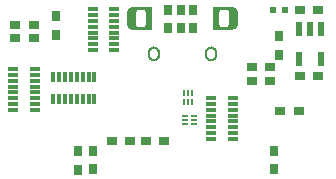
<source format=gbp>
G04*
G04 #@! TF.GenerationSoftware,Altium Limited,Altium Designer,20.2.4 (192)*
G04*
G04 Layer_Color=128*
%FSLAX25Y25*%
%MOIN*%
G70*
G04*
G04 #@! TF.SameCoordinates,E28A416E-137A-4DA4-96E8-27F400694B22*
G04*
G04*
G04 #@! TF.FilePolarity,Positive*
G04*
G01*
G75*
%ADD19R,0.03150X0.03300*%
%ADD37R,0.03300X0.03150*%
G04:AMPARAMS|DCode=76|XSize=35.04mil|YSize=11.42mil|CornerRadius=2.85mil|HoleSize=0mil|Usage=FLASHONLY|Rotation=90.000|XOffset=0mil|YOffset=0mil|HoleType=Round|Shape=RoundedRectangle|*
%AMROUNDEDRECTD76*
21,1,0.03504,0.00571,0,0,90.0*
21,1,0.02933,0.01142,0,0,90.0*
1,1,0.00571,0.00285,0.01467*
1,1,0.00571,0.00285,-0.01467*
1,1,0.00571,-0.00285,-0.01467*
1,1,0.00571,-0.00285,0.01467*
%
%ADD76ROUNDEDRECTD76*%
G04:AMPARAMS|DCode=77|XSize=35.04mil|YSize=11.42mil|CornerRadius=2.85mil|HoleSize=0mil|Usage=FLASHONLY|Rotation=180.000|XOffset=0mil|YOffset=0mil|HoleType=Round|Shape=RoundedRectangle|*
%AMROUNDEDRECTD77*
21,1,0.03504,0.00571,0,0,180.0*
21,1,0.02933,0.01142,0,0,180.0*
1,1,0.00571,-0.01467,0.00285*
1,1,0.00571,0.01467,0.00285*
1,1,0.00571,0.01467,-0.00285*
1,1,0.00571,-0.01467,-0.00285*
%
%ADD77ROUNDEDRECTD77*%
G04:AMPARAMS|DCode=78|XSize=20.47mil|YSize=7.48mil|CornerRadius=0.67mil|HoleSize=0mil|Usage=FLASHONLY|Rotation=0.000|XOffset=0mil|YOffset=0mil|HoleType=Round|Shape=RoundedRectangle|*
%AMROUNDEDRECTD78*
21,1,0.02047,0.00613,0,0,0.0*
21,1,0.01913,0.00748,0,0,0.0*
1,1,0.00135,0.00956,-0.00307*
1,1,0.00135,-0.00956,-0.00307*
1,1,0.00135,-0.00956,0.00307*
1,1,0.00135,0.00956,0.00307*
%
%ADD78ROUNDEDRECTD78*%
G04:AMPARAMS|DCode=79|XSize=22.44mil|YSize=7.48mil|CornerRadius=0.67mil|HoleSize=0mil|Usage=FLASHONLY|Rotation=0.000|XOffset=0mil|YOffset=0mil|HoleType=Round|Shape=RoundedRectangle|*
%AMROUNDEDRECTD79*
21,1,0.02244,0.00613,0,0,0.0*
21,1,0.02109,0.00748,0,0,0.0*
1,1,0.00135,0.01055,-0.00307*
1,1,0.00135,-0.01055,-0.00307*
1,1,0.00135,-0.01055,0.00307*
1,1,0.00135,0.01055,0.00307*
%
%ADD79ROUNDEDRECTD79*%
G04:AMPARAMS|DCode=80|XSize=47.64mil|YSize=22.84mil|CornerRadius=2.85mil|HoleSize=0mil|Usage=FLASHONLY|Rotation=270.000|XOffset=0mil|YOffset=0mil|HoleType=Round|Shape=RoundedRectangle|*
%AMROUNDEDRECTD80*
21,1,0.04764,0.01713,0,0,270.0*
21,1,0.04193,0.02284,0,0,270.0*
1,1,0.00571,-0.00856,-0.02097*
1,1,0.00571,-0.00856,0.02097*
1,1,0.00571,0.00856,0.02097*
1,1,0.00571,0.00856,-0.02097*
%
%ADD80ROUNDEDRECTD80*%
%ADD81R,0.02362X0.01968*%
G04:AMPARAMS|DCode=82|XSize=20.47mil|YSize=7.48mil|CornerRadius=0.67mil|HoleSize=0mil|Usage=FLASHONLY|Rotation=270.000|XOffset=0mil|YOffset=0mil|HoleType=Round|Shape=RoundedRectangle|*
%AMROUNDEDRECTD82*
21,1,0.02047,0.00613,0,0,270.0*
21,1,0.01913,0.00748,0,0,270.0*
1,1,0.00135,-0.00307,-0.00956*
1,1,0.00135,-0.00307,0.00956*
1,1,0.00135,0.00307,0.00956*
1,1,0.00135,0.00307,-0.00956*
%
%ADD82ROUNDEDRECTD82*%
G04:AMPARAMS|DCode=83|XSize=22.44mil|YSize=7.48mil|CornerRadius=0.67mil|HoleSize=0mil|Usage=FLASHONLY|Rotation=270.000|XOffset=0mil|YOffset=0mil|HoleType=Round|Shape=RoundedRectangle|*
%AMROUNDEDRECTD83*
21,1,0.02244,0.00613,0,0,270.0*
21,1,0.02109,0.00748,0,0,270.0*
1,1,0.00135,-0.00307,-0.01055*
1,1,0.00135,-0.00307,0.01055*
1,1,0.00135,0.00307,0.01055*
1,1,0.00135,0.00307,-0.01055*
%
%ADD83ROUNDEDRECTD83*%
G36*
X331265Y43695D02*
X331372Y43684D01*
X331479Y43667D01*
X331585Y43644D01*
X331690Y43616D01*
X331793Y43583D01*
X331894Y43544D01*
X331993Y43500D01*
X332089Y43451D01*
X332183Y43397D01*
X332274Y43338D01*
X332361Y43274D01*
X332445Y43206D01*
X332526Y43134D01*
X332602Y43057D01*
X332675Y42977D01*
X332743Y42893D01*
X332806Y42805D01*
X332865Y42714D01*
X332920Y42621D01*
X332969Y42524D01*
X333013Y42425D01*
X333051Y42324D01*
X333085Y42221D01*
X333113Y42116D01*
X333135Y42011D01*
X333152Y41904D01*
X333164Y41796D01*
X333169Y41688D01*
Y41634D01*
Y40846D01*
Y40792D01*
X333164Y40684D01*
X333152Y40577D01*
X333135Y40470D01*
X333113Y40364D01*
X333085Y40259D01*
X333051Y40156D01*
X333013Y40055D01*
X332969Y39956D01*
X332920Y39860D01*
X332865Y39766D01*
X332806Y39675D01*
X332743Y39588D01*
X332675Y39504D01*
X332602Y39423D01*
X332526Y39347D01*
X332445Y39274D01*
X332361Y39206D01*
X332274Y39143D01*
X332183Y39083D01*
X332089Y39029D01*
X331993Y38980D01*
X331894Y38936D01*
X331793Y38897D01*
X331690Y38864D01*
X331585Y38836D01*
X331479Y38813D01*
X331372Y38796D01*
X331265Y38785D01*
X331156Y38780D01*
X331048D01*
X330940Y38785D01*
X330833Y38796D01*
X330726Y38813D01*
X330620Y38836D01*
X330515Y38864D01*
X330412Y38897D01*
X330311Y38936D01*
X330212Y38980D01*
X330116Y39029D01*
X330022Y39083D01*
X329931Y39142D01*
X329844Y39206D01*
X329760Y39274D01*
X329679Y39347D01*
X329603Y39423D01*
X329530Y39504D01*
X329462Y39588D01*
X329398Y39675D01*
X329339Y39766D01*
X329285Y39860D01*
X329236Y39956D01*
X329192Y40055D01*
X329153Y40156D01*
X329120Y40259D01*
X329092Y40364D01*
X329069Y40470D01*
X329052Y40577D01*
X329041Y40684D01*
X329035Y40792D01*
Y40846D01*
Y41634D01*
Y41688D01*
X329041Y41796D01*
X329052Y41904D01*
X329069Y42011D01*
X329092Y42116D01*
X329120Y42221D01*
X329153Y42324D01*
X329192Y42425D01*
X329236Y42524D01*
X329285Y42620D01*
X329339Y42714D01*
X329398Y42805D01*
X329462Y42893D01*
X329530Y42977D01*
X329603Y43057D01*
X329679Y43134D01*
X329760Y43206D01*
X329844Y43274D01*
X329931Y43338D01*
X330022Y43397D01*
X330116Y43451D01*
X330212Y43500D01*
X330311Y43544D01*
X330412Y43583D01*
X330515Y43616D01*
X330620Y43644D01*
X330726Y43667D01*
X330833Y43684D01*
X330940Y43695D01*
X331048Y43701D01*
X331156D01*
X331265Y43695D01*
D02*
G37*
G36*
X330413Y53051D02*
Y49311D01*
X324063D01*
X323960Y49316D01*
X323857Y49327D01*
X323755Y49343D01*
X323655Y49365D01*
X323555Y49391D01*
X323457Y49423D01*
X323361Y49460D01*
X323266Y49502D01*
X323175Y49549D01*
X323085Y49600D01*
X322999Y49657D01*
X322915Y49717D01*
X322835Y49782D01*
X322759Y49851D01*
X322686Y49924D01*
X322617Y50001D01*
X322552Y50081D01*
X322491Y50164D01*
X322435Y50251D01*
X322384Y50340D01*
X322337Y50432D01*
X322295Y50526D01*
X322258Y50622D01*
X322226Y50720D01*
X322199Y50820D01*
X322178Y50921D01*
X322162Y51022D01*
X322151Y51125D01*
X322146Y51228D01*
Y51279D01*
Y53051D01*
Y54823D01*
Y54874D01*
X322151Y54977D01*
X322162Y55080D01*
X322178Y55182D01*
X322199Y55282D01*
X322226Y55382D01*
X322258Y55480D01*
X322295Y55576D01*
X322337Y55671D01*
X322384Y55762D01*
X322435Y55852D01*
X322491Y55938D01*
X322552Y56022D01*
X322617Y56102D01*
X322686Y56178D01*
X322759Y56251D01*
X322835Y56320D01*
X322915Y56385D01*
X322999Y56446D01*
X323085Y56502D01*
X323175Y56553D01*
X323266Y56600D01*
X323361Y56642D01*
X323457Y56679D01*
X323555Y56711D01*
X323655Y56738D01*
X323755Y56759D01*
X323857Y56775D01*
X323960Y56786D01*
X324063Y56791D01*
X330413D01*
Y53051D01*
D02*
G37*
G36*
X350359Y43695D02*
X350467Y43684D01*
X350574Y43667D01*
X350679Y43644D01*
X350784Y43616D01*
X350887Y43583D01*
X350988Y43544D01*
X351087Y43500D01*
X351183Y43451D01*
X351277Y43397D01*
X351368Y43338D01*
X351455Y43274D01*
X351540Y43206D01*
X351620Y43134D01*
X351697Y43057D01*
X351769Y42977D01*
X351837Y42893D01*
X351901Y42805D01*
X351960Y42714D01*
X352014Y42621D01*
X352063Y42524D01*
X352107Y42425D01*
X352146Y42324D01*
X352179Y42221D01*
X352207Y42116D01*
X352230Y42011D01*
X352247Y41904D01*
X352258Y41796D01*
X352264Y41688D01*
Y41634D01*
Y40846D01*
Y40792D01*
X352258Y40684D01*
X352247Y40577D01*
X352230Y40470D01*
X352207Y40364D01*
X352179Y40259D01*
X352146Y40156D01*
X352107Y40055D01*
X352063Y39956D01*
X352014Y39860D01*
X351960Y39766D01*
X351901Y39675D01*
X351837Y39588D01*
X351769Y39504D01*
X351697Y39423D01*
X351620Y39347D01*
X351540Y39274D01*
X351455Y39206D01*
X351368Y39143D01*
X351277Y39083D01*
X351184Y39029D01*
X351087Y38980D01*
X350988Y38936D01*
X350887Y38897D01*
X350784Y38864D01*
X350679Y38836D01*
X350574Y38813D01*
X350467Y38796D01*
X350359Y38785D01*
X350251Y38780D01*
X350143D01*
X350035Y38785D01*
X349927Y38796D01*
X349820Y38813D01*
X349714Y38836D01*
X349610Y38864D01*
X349507Y38897D01*
X349406Y38936D01*
X349307Y38980D01*
X349210Y39029D01*
X349116Y39083D01*
X349026Y39142D01*
X348938Y39206D01*
X348854Y39274D01*
X348774Y39347D01*
X348697Y39423D01*
X348625Y39504D01*
X348556Y39588D01*
X348493Y39675D01*
X348434Y39766D01*
X348380Y39860D01*
X348331Y39956D01*
X348287Y40055D01*
X348248Y40156D01*
X348214Y40259D01*
X348186Y40364D01*
X348164Y40470D01*
X348147Y40577D01*
X348136Y40684D01*
X348130Y40792D01*
Y40846D01*
Y41634D01*
Y41688D01*
X348136Y41796D01*
X348147Y41904D01*
X348164Y42011D01*
X348186Y42116D01*
X348214Y42221D01*
X348248Y42324D01*
X348287Y42425D01*
X348331Y42524D01*
X348380Y42620D01*
X348434Y42714D01*
X348493Y42805D01*
X348556Y42893D01*
X348625Y42977D01*
X348697Y43057D01*
X348774Y43134D01*
X348854Y43206D01*
X348938Y43274D01*
X349026Y43338D01*
X349116Y43397D01*
X349210Y43451D01*
X349307Y43500D01*
X349406Y43544D01*
X349507Y43583D01*
X349610Y43616D01*
X349714Y43644D01*
X349820Y43667D01*
X349927Y43684D01*
X350035Y43695D01*
X350143Y43701D01*
X350251D01*
X350359Y43695D01*
D02*
G37*
G36*
X357340Y56786D02*
X357442Y56775D01*
X357544Y56759D01*
X357645Y56738D01*
X357744Y56711D01*
X357842Y56679D01*
X357939Y56642D01*
X358033Y56600D01*
X358125Y56553D01*
X358214Y56502D01*
X358300Y56446D01*
X358384Y56385D01*
X358464Y56320D01*
X358541Y56251D01*
X358613Y56178D01*
X358682Y56102D01*
X358747Y56022D01*
X358808Y55938D01*
X358864Y55852D01*
X358916Y55762D01*
X358962Y55671D01*
X359004Y55576D01*
X359041Y55480D01*
X359073Y55382D01*
X359100Y55282D01*
X359121Y55182D01*
X359137Y55080D01*
X359148Y54977D01*
X359154Y54874D01*
Y54823D01*
Y53051D01*
Y51279D01*
Y51228D01*
X359148Y51125D01*
X359137Y51022D01*
X359121Y50921D01*
X359100Y50820D01*
X359073Y50720D01*
X359041Y50622D01*
X359004Y50526D01*
X358962Y50432D01*
X358916Y50340D01*
X358864Y50251D01*
X358808Y50164D01*
X358747Y50081D01*
X358682Y50001D01*
X358613Y49924D01*
X358541Y49851D01*
X358464Y49782D01*
X358384Y49717D01*
X358300Y49657D01*
X358214Y49600D01*
X358125Y49549D01*
X358033Y49502D01*
X357939Y49460D01*
X357842Y49423D01*
X357744Y49391D01*
X357645Y49365D01*
X357544Y49343D01*
X357442Y49327D01*
X357340Y49316D01*
X357237Y49311D01*
X350886D01*
Y53051D01*
Y56791D01*
X357237D01*
X357340Y56786D01*
D02*
G37*
%LPC*%
G36*
X331136Y42913D02*
X331069D01*
X331002Y42910D01*
X330935Y42903D01*
X330869Y42892D01*
X330804Y42878D01*
X330739Y42861D01*
X330675Y42840D01*
X330613Y42816D01*
X330551Y42789D01*
X330492Y42759D01*
X330434Y42725D01*
X330377Y42689D01*
X330323Y42649D01*
X330271Y42607D01*
X330221Y42562D01*
X330174Y42515D01*
X330129Y42465D01*
X330087Y42413D01*
X330047Y42359D01*
X330011Y42303D01*
X329977Y42245D01*
X329947Y42185D01*
X329920Y42124D01*
X329896Y42061D01*
X329875Y41997D01*
X329858Y41933D01*
X329844Y41867D01*
X329833Y41801D01*
X329826Y41734D01*
X329823Y41667D01*
Y41634D01*
Y40846D01*
Y40813D01*
X329826Y40746D01*
X329833Y40679D01*
X329844Y40613D01*
X329858Y40548D01*
X329875Y40483D01*
X329896Y40419D01*
X329920Y40357D01*
X329947Y40295D01*
X329977Y40236D01*
X330011Y40178D01*
X330047Y40121D01*
X330087Y40067D01*
X330129Y40015D01*
X330174Y39965D01*
X330221Y39918D01*
X330271Y39873D01*
X330323Y39831D01*
X330377Y39792D01*
X330434Y39755D01*
X330492Y39722D01*
X330551Y39691D01*
X330612Y39664D01*
X330675Y39640D01*
X330739Y39619D01*
X330803Y39602D01*
X330869Y39588D01*
X330935Y39577D01*
X331002Y39570D01*
X331069Y39567D01*
X331136D01*
X331203Y39570D01*
X331269Y39577D01*
X331336Y39588D01*
X331401Y39602D01*
X331466Y39619D01*
X331530Y39640D01*
X331592Y39664D01*
X331653Y39691D01*
X331713Y39722D01*
X331771Y39755D01*
X331827Y39792D01*
X331881Y39831D01*
X331934Y39873D01*
X331983Y39918D01*
X332031Y39965D01*
X332076Y40015D01*
X332118Y40067D01*
X332157Y40121D01*
X332194Y40178D01*
X332227Y40236D01*
X332258Y40295D01*
X332285Y40357D01*
X332309Y40419D01*
X332330Y40483D01*
X332347Y40548D01*
X332361Y40613D01*
X332371Y40679D01*
X332378Y40746D01*
X332382Y40813D01*
Y40846D01*
Y41634D01*
Y41667D01*
X332378Y41734D01*
X332371Y41801D01*
X332361Y41867D01*
X332347Y41933D01*
X332330Y41997D01*
X332309Y42061D01*
X332285Y42124D01*
X332258Y42185D01*
X332227Y42245D01*
X332194Y42303D01*
X332157Y42359D01*
X332118Y42413D01*
X332076Y42465D01*
X332031Y42515D01*
X331983Y42562D01*
X331934Y42607D01*
X331882Y42649D01*
X331827Y42689D01*
X331771Y42725D01*
X331713Y42759D01*
X331653Y42789D01*
X331592Y42816D01*
X331530Y42840D01*
X331466Y42861D01*
X331401Y42878D01*
X331336Y42892D01*
X331270Y42903D01*
X331203Y42910D01*
X331136Y42913D01*
D02*
G37*
G36*
X327295Y56004D02*
X326347D01*
X326285Y56001D01*
X326224Y55994D01*
X326163Y55985D01*
X326102Y55972D01*
X326042Y55956D01*
X325984Y55937D01*
X325926Y55914D01*
X325869Y55889D01*
X325814Y55861D01*
X325761Y55830D01*
X325709Y55796D01*
X325659Y55760D01*
X325611Y55721D01*
X325565Y55680D01*
X325521Y55636D01*
X325480Y55590D01*
X325441Y55542D01*
X325404Y55492D01*
X325371Y55440D01*
X325340Y55387D01*
X325311Y55331D01*
X325286Y55275D01*
X325264Y55217D01*
X325245Y55158D01*
X325229Y55099D01*
X325216Y55038D01*
X325206Y54977D01*
X325200Y54915D01*
X325197Y54854D01*
Y54823D01*
Y53051D01*
Y51181D01*
Y51153D01*
X325200Y51096D01*
X325206Y51040D01*
X325215Y50984D01*
X325226Y50928D01*
X325241Y50874D01*
X325259Y50820D01*
X325279Y50767D01*
X325302Y50715D01*
X325328Y50664D01*
X325356Y50615D01*
X325387Y50568D01*
X325420Y50522D01*
X325456Y50478D01*
X325494Y50436D01*
X325534Y50396D01*
X325576Y50358D01*
X325620Y50322D01*
X325666Y50288D01*
X325714Y50258D01*
X325763Y50229D01*
X325813Y50204D01*
X325865Y50181D01*
X325918Y50160D01*
X325972Y50143D01*
X326027Y50128D01*
X326082Y50116D01*
X326138Y50107D01*
X326195Y50101D01*
X326251Y50098D01*
X327295D01*
X327357Y50102D01*
X327418Y50108D01*
X327479Y50118D01*
X327540Y50131D01*
X327599Y50147D01*
X327658Y50166D01*
X327716Y50188D01*
X327772Y50213D01*
X327828Y50241D01*
X327881Y50272D01*
X327933Y50306D01*
X327983Y50342D01*
X328031Y50381D01*
X328077Y50423D01*
X328121Y50466D01*
X328162Y50512D01*
X328201Y50560D01*
X328238Y50610D01*
X328271Y50662D01*
X328302Y50716D01*
X328330Y50771D01*
X328355Y50827D01*
X328378Y50885D01*
X328397Y50944D01*
X328413Y51004D01*
X328426Y51064D01*
X328435Y51125D01*
X328442Y51187D01*
X328445Y51249D01*
Y51279D01*
Y53051D01*
Y54823D01*
Y54854D01*
X328442Y54915D01*
X328435Y54977D01*
X328426Y55038D01*
X328413Y55099D01*
X328397Y55158D01*
X328378Y55217D01*
X328355Y55275D01*
X328330Y55331D01*
X328302Y55387D01*
X328271Y55440D01*
X328238Y55492D01*
X328201Y55542D01*
X328162Y55590D01*
X328121Y55636D01*
X328077Y55680D01*
X328031Y55721D01*
X327983Y55760D01*
X327933Y55797D01*
X327881Y55830D01*
X327828Y55861D01*
X327772Y55889D01*
X327716Y55914D01*
X327658Y55937D01*
X327599Y55956D01*
X327540Y55972D01*
X327479Y55985D01*
X327418Y55994D01*
X327357Y56001D01*
X327295Y56004D01*
D02*
G37*
G36*
X350230Y42913D02*
X350163D01*
X350096Y42910D01*
X350030Y42903D01*
X349964Y42892D01*
X349898Y42878D01*
X349833Y42861D01*
X349770Y42840D01*
X349707Y42816D01*
X349646Y42789D01*
X349586Y42759D01*
X349528Y42725D01*
X349472Y42689D01*
X349418Y42649D01*
X349366Y42607D01*
X349316Y42562D01*
X349268Y42515D01*
X349223Y42465D01*
X349181Y42413D01*
X349142Y42359D01*
X349106Y42303D01*
X349072Y42245D01*
X349042Y42185D01*
X349014Y42124D01*
X348990Y42061D01*
X348970Y41997D01*
X348952Y41933D01*
X348938Y41867D01*
X348928Y41801D01*
X348921Y41734D01*
X348917Y41667D01*
Y41634D01*
Y40846D01*
Y40813D01*
X348921Y40746D01*
X348928Y40679D01*
X348938Y40613D01*
X348952Y40548D01*
X348970Y40483D01*
X348990Y40419D01*
X349014Y40357D01*
X349042Y40295D01*
X349072Y40236D01*
X349106Y40178D01*
X349142Y40121D01*
X349181Y40067D01*
X349223Y40015D01*
X349268Y39965D01*
X349316Y39918D01*
X349366Y39873D01*
X349418Y39831D01*
X349472Y39792D01*
X349528Y39755D01*
X349586Y39722D01*
X349646Y39691D01*
X349707Y39664D01*
X349770Y39640D01*
X349833Y39619D01*
X349898Y39602D01*
X349964Y39588D01*
X350030Y39577D01*
X350096Y39570D01*
X350163Y39567D01*
X350230D01*
X350297Y39570D01*
X350364Y39577D01*
X350430Y39588D01*
X350496Y39602D01*
X350560Y39619D01*
X350624Y39640D01*
X350687Y39664D01*
X350748Y39691D01*
X350808Y39722D01*
X350866Y39755D01*
X350922Y39792D01*
X350976Y39831D01*
X351028Y39873D01*
X351078Y39918D01*
X351125Y39965D01*
X351170Y40015D01*
X351212Y40067D01*
X351252Y40121D01*
X351288Y40178D01*
X351322Y40236D01*
X351352Y40295D01*
X351379Y40357D01*
X351403Y40419D01*
X351424Y40483D01*
X351442Y40548D01*
X351455Y40613D01*
X351466Y40679D01*
X351473Y40746D01*
X351476Y40813D01*
Y40846D01*
Y41634D01*
Y41667D01*
X351473Y41734D01*
X351466Y41801D01*
X351455Y41867D01*
X351442Y41933D01*
X351424Y41997D01*
X351403Y42061D01*
X351379Y42124D01*
X351352Y42185D01*
X351322Y42245D01*
X351288Y42303D01*
X351252Y42359D01*
X351212Y42413D01*
X351170Y42465D01*
X351125Y42515D01*
X351078Y42562D01*
X351028Y42607D01*
X350976Y42649D01*
X350922Y42689D01*
X350866Y42725D01*
X350808Y42759D01*
X350748Y42789D01*
X350687Y42816D01*
X350624Y42840D01*
X350560Y42861D01*
X350496Y42878D01*
X350430Y42892D01*
X350364Y42903D01*
X350297Y42910D01*
X350230Y42913D01*
D02*
G37*
G36*
X355048Y56004D02*
X354005D01*
X353943Y56001D01*
X353881Y55994D01*
X353820Y55985D01*
X353760Y55972D01*
X353700Y55956D01*
X353641Y55937D01*
X353583Y55914D01*
X353527Y55889D01*
X353472Y55861D01*
X353418Y55830D01*
X353366Y55797D01*
X353316Y55760D01*
X353268Y55721D01*
X353222Y55680D01*
X353178Y55636D01*
X353137Y55590D01*
X353098Y55542D01*
X353062Y55492D01*
X353028Y55440D01*
X352997Y55387D01*
X352969Y55331D01*
X352944Y55275D01*
X352922Y55217D01*
X352903Y55158D01*
X352887Y55099D01*
X352874Y55038D01*
X352864Y54977D01*
X352858Y54915D01*
X352854Y54854D01*
Y54823D01*
Y53051D01*
Y51279D01*
Y51249D01*
X352858Y51187D01*
X352864Y51125D01*
X352874Y51064D01*
X352887Y51004D01*
X352903Y50944D01*
X352922Y50885D01*
X352944Y50827D01*
X352969Y50771D01*
X352997Y50716D01*
X353028Y50662D01*
X353062Y50610D01*
X353098Y50560D01*
X353137Y50512D01*
X353178Y50466D01*
X353222Y50423D01*
X353268Y50381D01*
X353316Y50342D01*
X353366Y50306D01*
X353418Y50272D01*
X353472Y50241D01*
X353527Y50213D01*
X353583Y50188D01*
X353641Y50166D01*
X353700Y50147D01*
X353760Y50131D01*
X353820Y50118D01*
X353881Y50108D01*
X353943Y50102D01*
X354005Y50098D01*
X354952D01*
X355014Y50102D01*
X355076Y50108D01*
X355137Y50118D01*
X355197Y50131D01*
X355257Y50147D01*
X355316Y50166D01*
X355373Y50188D01*
X355430Y50213D01*
X355485Y50241D01*
X355539Y50272D01*
X355591Y50306D01*
X355641Y50342D01*
X355689Y50381D01*
X355735Y50423D01*
X355778Y50466D01*
X355820Y50512D01*
X355859Y50560D01*
X355895Y50610D01*
X355929Y50662D01*
X355960Y50716D01*
X355988Y50771D01*
X356013Y50827D01*
X356035Y50885D01*
X356054Y50944D01*
X356070Y51004D01*
X356083Y51064D01*
X356093Y51125D01*
X356099Y51187D01*
X356102Y51249D01*
Y51279D01*
Y53051D01*
Y54921D01*
Y54950D01*
X356099Y55006D01*
X356094Y55063D01*
X356085Y55119D01*
X356073Y55174D01*
X356058Y55229D01*
X356041Y55283D01*
X356020Y55336D01*
X355997Y55388D01*
X355972Y55438D01*
X355943Y55487D01*
X355912Y55535D01*
X355879Y55581D01*
X355843Y55625D01*
X355805Y55667D01*
X355765Y55707D01*
X355723Y55745D01*
X355679Y55781D01*
X355633Y55814D01*
X355586Y55845D01*
X355537Y55873D01*
X355486Y55899D01*
X355434Y55922D01*
X355381Y55942D01*
X355327Y55960D01*
X355273Y55974D01*
X355217Y55986D01*
X355161Y55995D01*
X355105Y56001D01*
X355048Y56004D01*
D02*
G37*
%LPD*%
D19*
X298379Y53806D02*
D03*
Y47605D02*
D03*
X305780Y2605D02*
D03*
Y8806D02*
D03*
X310680Y8906D02*
D03*
Y2705D02*
D03*
X371161Y2805D02*
D03*
Y9006D02*
D03*
X335879Y55906D02*
D03*
Y49705D02*
D03*
X340079Y55906D02*
D03*
Y49705D02*
D03*
X344280Y55906D02*
D03*
Y49705D02*
D03*
X372835Y40994D02*
D03*
Y47195D02*
D03*
D37*
X323280Y12306D02*
D03*
X317079D02*
D03*
X291180Y51006D02*
D03*
X284979D02*
D03*
X291180Y46505D02*
D03*
X284979D02*
D03*
X328379Y12306D02*
D03*
X334580D02*
D03*
X369980Y36705D02*
D03*
X363779D02*
D03*
X369880Y32206D02*
D03*
X363679D02*
D03*
X379331Y22343D02*
D03*
X373130D02*
D03*
X385974Y33858D02*
D03*
X379774D02*
D03*
X379675Y56004D02*
D03*
X385876D02*
D03*
D76*
X311316Y26201D02*
D03*
X309348D02*
D03*
X307380D02*
D03*
X305411D02*
D03*
X303443D02*
D03*
X301474D02*
D03*
X299505D02*
D03*
X297537D02*
D03*
Y33406D02*
D03*
X299505D02*
D03*
X301474D02*
D03*
X303443D02*
D03*
X305411D02*
D03*
X307380D02*
D03*
X309348D02*
D03*
X311316D02*
D03*
D77*
X317980Y42437D02*
D03*
Y44405D02*
D03*
Y46374D02*
D03*
Y48342D02*
D03*
Y50311D02*
D03*
Y52280D02*
D03*
Y54248D02*
D03*
Y56217D02*
D03*
X310775D02*
D03*
Y54248D02*
D03*
Y52280D02*
D03*
Y50311D02*
D03*
Y48342D02*
D03*
Y46374D02*
D03*
Y44405D02*
D03*
Y42437D02*
D03*
X357484Y26574D02*
D03*
Y24606D02*
D03*
Y22637D02*
D03*
Y20669D02*
D03*
Y18700D02*
D03*
Y16732D02*
D03*
Y14763D02*
D03*
Y12795D02*
D03*
X350279D02*
D03*
Y14763D02*
D03*
Y16732D02*
D03*
Y18700D02*
D03*
Y20669D02*
D03*
Y22637D02*
D03*
Y24606D02*
D03*
Y26574D02*
D03*
X284275Y36248D02*
D03*
Y34280D02*
D03*
Y32311D02*
D03*
Y30343D02*
D03*
Y28374D02*
D03*
Y26406D02*
D03*
Y24437D02*
D03*
Y22468D02*
D03*
X291479D02*
D03*
Y24437D02*
D03*
Y26406D02*
D03*
Y28374D02*
D03*
Y30343D02*
D03*
Y32311D02*
D03*
Y34280D02*
D03*
Y36248D02*
D03*
D78*
X344516Y17728D02*
D03*
Y19105D02*
D03*
X341642Y17728D02*
D03*
Y20483D02*
D03*
Y19105D02*
D03*
D79*
X344418Y20483D02*
D03*
D80*
X386811Y39646D02*
D03*
X379331D02*
D03*
X386811Y49528D02*
D03*
X383071D02*
D03*
X379331D02*
D03*
D81*
X374705Y56004D02*
D03*
X370768D02*
D03*
D82*
X341102Y25205D02*
D03*
X342479D02*
D03*
X341102Y28080D02*
D03*
X343858D02*
D03*
X342479D02*
D03*
D83*
X343858Y25304D02*
D03*
M02*

</source>
